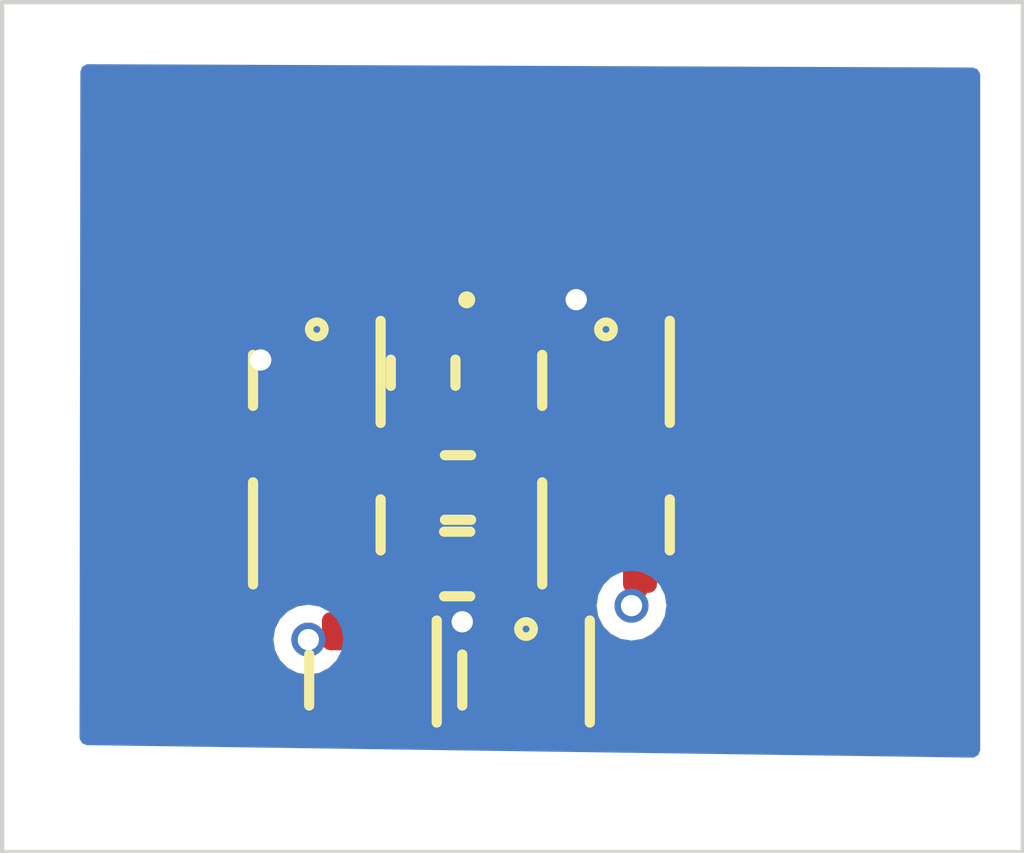
<source format=kicad_pcb>
(kicad_pcb (version 20240108) (generator "pcbnew") (generator_version "8.0")
  (layers (0 "F.Cu" signal) (1 "In1.Cu" signal) (2 "In2.Cu" signal) (31 "B.Cu" signal) (34 "B.Paste" user) (35 "F.Paste" user) (36 "B.SilkS" user "B.Silkscreen") (37 "F.SilkS" user "F.Silkscreen") (38 "B.Mask" user) (39 "F.Mask" user) (44 "Edge.Cuts" user))
  (net 0 "")
  (net 1 "B0NQ")
  (net 2 "GND")
  (net 3 "B0S")
  (net 4 "B0R")
  (net 5 "B0Q")
  (net 6 "VDD")
  (net 7 "Net-(N3-D)")
  (net 8 "Net-(D1-K)")
  (footprint "cnhardware:SOT-723-COMPACTP" (layer "F.Cu") (at 155.7 74.45 -90)
    (property "Reference" "P1" (hide yes))
    (property "Value" "RZM001P02T2L" (hide yes))
    (fp_line (start 0.3 0.75) (end -0.3 0.75) (stroke (width 0.12)) (layer "F.SilkS"))
    (fp_line (start 0.5 -0.75) (end -0.7 -0.75) (stroke (width 0.12)) (layer "F.SilkS"))
    (fp_circle (center -0.6 0) (end -0.56 0) (stroke (width 0.1)) (fill none) (layer "F.SilkS"))
    (pad "1" smd roundrect (at -0.575 -0.4 270) (size 0.45 0.4) (layers "F.Cu" "F.Paste" "F.Mask") (net 3 "B0S"))
    (pad "2" smd roundrect (at -0.575 0.4 270) (size 0.45 0.4) (layers "F.Cu" "F.Paste" "F.Mask") (net 6 "VDD"))
    (pad "3" smd roundrect (at 0.575 0 270) (size 0.45 0.4) (layers "F.Cu" "F.Paste" "F.Mask") (net 1 "B0NQ"))
  )
  (footprint "cnhardware:SOT-723-COMPACT" (layer "F.Cu") (at 159.1 76.15 90)
    (property "Reference" "N2" (hide yes))
    (property "Value" "2SK3541" (hide yes))
    (fp_line (start 0.5 -0.75) (end -0.7 -0.75) (stroke (width 0.12)) (layer "F.SilkS"))
    (fp_line (start 0.3 0.75) (end -0.3 0.75) (stroke (width 0.12)) (layer "F.SilkS"))
    (pad "1" smd roundrect (at -0.575 -0.4 90) (size 0.45 0.4) (layers "F.Cu" "F.Paste" "F.Mask") (net 4 "B0R"))
    (pad "2" smd roundrect (at -0.575 0.4 90) (size 0.45 0.4) (layers "F.Cu" "F.Paste" "F.Mask") (net 2 "GND"))
    (pad "3" smd roundrect (at 0.575 0 90) (size 0.45 0.4) (layers "F.Cu" "F.Paste" "F.Mask") (net 5 "B0Q"))
  )
  (footprint "cnhardware:SOT-723-COMPACTP" (layer "F.Cu") (at 159.1 74.45 -90)
    (property "Reference" "P2" (hide yes))
    (property "Value" "RZM001P02T2L" (hide yes))
    (fp_line (start 0.3 0.75) (end -0.3 0.75) (stroke (width 0.12)) (layer "F.SilkS"))
    (fp_line (start 0.5 -0.75) (end -0.7 -0.75) (stroke (width 0.12)) (layer "F.SilkS"))
    (fp_circle (center -0.6 0) (end -0.56 0) (stroke (width 0.1)) (fill none) (layer "F.SilkS"))
    (pad "1" smd roundrect (at -0.575 -0.4 270) (size 0.45 0.4) (layers "F.Cu" "F.Paste" "F.Mask") (net 4 "B0R"))
    (pad "2" smd roundrect (at -0.575 0.4 270) (size 0.45 0.4) (layers "F.Cu" "F.Paste" "F.Mask") (net 6 "VDD"))
    (pad "3" smd roundrect (at 0.575 0 270) (size 0.45 0.4) (layers "F.Cu" "F.Paste" "F.Mask") (net 5 "B0Q"))
  )
  (footprint "cnhardware:SOT-723-COMPACT" (layer "F.Cu") (at 155.7 76.15 90)
    (property "Reference" "N1" (hide yes))
    (property "Value" "2SK3541" (hide yes))
    (fp_line (start 0.5 -0.75) (end -0.7 -0.75) (stroke (width 0.12)) (layer "F.SilkS"))
    (fp_line (start 0.3 0.75) (end -0.3 0.75) (stroke (width 0.12)) (layer "F.SilkS"))
    (pad "1" smd roundrect (at -0.575 -0.4 90) (size 0.45 0.4) (layers "F.Cu" "F.Paste" "F.Mask") (net 3 "B0S"))
    (pad "2" smd roundrect (at -0.575 0.4 90) (size 0.45 0.4) (layers "F.Cu" "F.Paste" "F.Mask") (net 2 "GND"))
    (pad "3" smd roundrect (at 0.575 0 90) (size 0.45 0.4) (layers "F.Cu" "F.Paste" "F.Mask") (net 1 "B0NQ"))
  )
  (footprint "cnhardware:R_0402_1005Metric_COMPACT" (layer "F.Cu") (at 157.36 75.71)
    (property "Reference" "R1" (hide yes))
    (property "Value" "1k" (hide yes))
    (fp_line (start -0.153641 -0.38) (end 0.153641 -0.38) (stroke (width 0.12)) (layer "F.SilkS"))
    (fp_line (start -0.153641 0.38) (end 0.153641 0.38) (stroke (width 0.12)) (layer "F.SilkS"))
    (pad "1" smd roundrect (at -0.51 0) (size 0.54 0.64) (layers "F.Cu" "F.Paste" "F.Mask") (net 1 "B0NQ"))
    (pad "2" smd roundrect (at 0.51 0) (size 0.54 0.64) (layers "F.Cu" "F.Paste" "F.Mask") (net 4 "B0R"))
  )
  (footprint "cnhardware:SOT-723-COMPACTP" (layer "F.Cu") (at 158.16 77.975 -90)
    (property "Reference" "P3" (hide yes))
    (property "Value" "RZM001P02T2L" (hide yes))
    (fp_line (start 0.3 0.75) (end -0.3 0.75) (stroke (width 0.12)) (layer "F.SilkS"))
    (fp_line (start 0.5 -0.75) (end -0.7 -0.75) (stroke (width 0.12)) (layer "F.SilkS"))
    (fp_circle (center -0.6 0) (end -0.56 0) (stroke (width 0.1)) (fill none) (layer "F.SilkS"))
    (pad "1" smd roundrect (at -0.575 -0.4 270) (size 0.45 0.4) (layers "F.Cu" "F.Paste" "F.Mask") (net 5 "B0Q"))
    (pad "2" smd roundrect (at -0.575 0.4 270) (size 0.45 0.4) (layers "F.Cu" "F.Paste" "F.Mask") (net 6 "VDD"))
    (pad "3" smd roundrect (at 0.575 0 270) (size 0.45 0.4) (layers "F.Cu" "F.Paste" "F.Mask") (net 7 "Net-(N3-D)"))
  )
  (footprint "cnhardware:SOT-723-COMPACT" (layer "F.Cu") (at 156.36 77.975 -90)
    (property "Reference" "N3" (hide yes))
    (property "Value" "2SK3541" (hide yes))
    (fp_line (start 0.3 0.75) (end -0.3 0.75) (stroke (width 0.12)) (layer "F.SilkS"))
    (fp_line (start 0.5 -0.75) (end -0.7 -0.75) (stroke (width 0.12)) (layer "F.SilkS"))
    (pad "1" smd roundrect (at -0.575 -0.4 270) (size 0.45 0.4) (layers "F.Cu" "F.Paste" "F.Mask") (net 5 "B0Q"))
    (pad "2" smd roundrect (at -0.575 0.4 270) (size 0.45 0.4) (layers "F.Cu" "F.Paste" "F.Mask") (net 2 "GND"))
    (pad "3" smd roundrect (at 0.575 0 270) (size 0.45 0.4) (layers "F.Cu" "F.Paste" "F.Mask") (net 7 "Net-(N3-D)"))
  )
  (footprint "cnhardware:LED_0402_1005Metric_COMPACT" (layer "F.Cu") (at 157.8625 74.3525 -90)
    (property "Reference" "D1" (hide yes))
    (property "Value" "LED" (hide yes))
    (fp_circle (center -0.85 0.4) (end -0.8 0.4) (stroke (width 0.1)) (fill none) (layer "F.SilkS"))
    (pad "1" smd roundrect (at -0.485 0 270) (size 0.59 0.64) (layers "F.Cu" "F.Paste" "F.Mask") (net 8 "Net-(D1-K)"))
    (pad "2" smd roundrect (at 0.485 0 270) (size 0.59 0.64) (layers "F.Cu" "F.Paste" "F.Mask") (net 6 "VDD"))
  )
  (footprint "cnhardware:R_0402_1005Metric_COMPACT" (layer "F.Cu") (at 156.95 74.36 -90)
    (property "Reference" "R3" (hide yes))
    (property "Value" "1k" (hide yes))
    (fp_line (start -0.153641 0.38) (end 0.153641 0.38) (stroke (width 0.12)) (layer "F.SilkS"))
    (fp_line (start -0.153641 -0.38) (end 0.153641 -0.38) (stroke (width 0.12)) (layer "F.SilkS"))
    (pad "1" smd roundrect (at -0.51 0 270) (size 0.54 0.64) (layers "F.Cu" "F.Paste" "F.Mask") (net 8 "Net-(D1-K)"))
    (pad "2" smd roundrect (at 0.51 0 270) (size 0.54 0.64) (layers "F.Cu" "F.Paste" "F.Mask") (net 1 "B0NQ"))
  )
  (footprint "cnhardware:R_0402_1005Metric_COMPACT" (layer "F.Cu") (at 157.35 76.61 180)
    (property "Reference" "R2" (hide yes))
    (property "Value" "1k" (hide yes))
    (fp_line (start -0.153641 0.38) (end 0.153641 0.38) (stroke (width 0.12)) (layer "F.SilkS"))
    (fp_line (start -0.153641 -0.38) (end 0.153641 -0.38) (stroke (width 0.12)) (layer "F.SilkS"))
    (pad "1" smd roundrect (at -0.51 0 180) (size 0.54 0.64) (layers "F.Cu" "F.Paste" "F.Mask") (net 5 "B0Q"))
    (pad "2" smd roundrect (at 0.51 0 180) (size 0.54 0.64) (layers "F.Cu" "F.Paste" "F.Mask") (net 3 "B0S"))
  )
  (gr_line (start 164 70) (end 164 80) (stroke (width 0.05)) (layer "Edge.Cuts"))
  (gr_line (start 152 80) (end 152 70) (stroke (width 0.05)) (layer "Edge.Cuts"))
  (gr_line (start 152 70) (end 164 70) (stroke (width 0.05)) (layer "Edge.Cuts"))
  (gr_line (start 164 80) (end 152 80) (stroke (width 0.05)) (layer "Edge.Cuts"))
  (segment (start 156.84 75.7) (end 155.7 75.575) (width 0.15) (layer "F.Cu") (net 1))
  (segment (start 155.7 75.29) (end 155.7 75.025) (width 0.15) (layer "F.Cu") (net 1))
  (segment (start 156.84 75.8) (end 156.95 74.99) (width 0.15) (layer "F.Cu") (net 1))
  (segment (start 155.7 75.575) (end 155.7 75.29) (width 0.15) (layer "F.Cu") (net 1))
  (segment (start 159.62 76.75) (end 159.4 77.1) (width 0.15) (layer "F.Cu") (net 2))
  (segment (start 155.96 77.4) (end 155.6 77.5) (width 0.15) (layer "F.Cu") (net 2))
  (segment (start 155.96 77.4) (end 156.1 76.725) (width 0.15) (layer "F.Cu") (net 2))
  (via (at 155.6 77.5) (size 0.4) (drill 0.25) (layers "F.Cu" "B.Cu") (net 2))
  (via (at 159.4 77.1) (size 0.4) (drill 0.25) (layers "F.Cu" "B.Cu") (net 2))
  (segment (start 155.15 74.9) (end 155.31 74.63) (width 0.15) (layer "F.Cu") (net 3))
  (segment (start 155.25 76.277902) (end 155.17 75.95) (width 0.15) (layer "F.Cu") (net 3))
  (segment (start 155.25 76.277902) (end 155.37 76.27) (width 0.15) (layer "F.Cu") (net 3))
  (segment (start 155.17 75.95) (end 155.15 74.9) (width 0.15) (layer "F.Cu") (net 3))
  (segment (start 156.45 76.26) (end 156.2 76.15) (width 0.15) (layer "F.Cu") (net 3))
  (segment (start 155.56 74.49) (end 155.89 74.25) (width 0.15) (layer "F.Cu") (net 3))
  (segment (start 155.85 76.18) (end 156.2 76.15) (width 0.15) (layer "F.Cu") (net 3))
  (segment (start 155.37 76.27) (end 155.85 76.18) (width 0.15) (layer "F.Cu") (net 3))
  (segment (start 155.3 76.725) (end 155.25 76.277902) (width 0.15) (layer "F.Cu") (net 3))
  (segment (start 155.31 74.63) (end 155.56 74.49) (width 0.15) (layer "F.Cu") (net 3))
  (segment (start 156.84 76.61) (end 156.45 76.26) (width 0.15) (layer "F.Cu") (net 3))
  (segment (start 155.89 74.25) (end 156.1 73.875) (width 0.15) (layer "F.Cu") (net 3))
  (segment (start 158.65 74.72) (end 158.59 74.92) (width 0.15) (layer "F.Cu") (net 4))
  (segment (start 159.6 75.9) (end 159.62 74.9) (width 0.15) (layer "F.Cu") (net 4))
  (segment (start 159.5 74.5) (end 159.24 74.31) (width 0.15) (layer "F.Cu") (net 4))
  (segment (start 158.5 75.2) (end 158.4 75.45) (width 0.15) (layer "F.Cu") (net 4))
  (segment (start 159.4 76.1) (end 159.6 75.9) (width 0.15) (layer "F.Cu") (net 4))
  (segment (start 158.7 76.725) (end 159.16 76.2) (width 0.15) (layer "F.Cu") (net 4))
  (segment (start 159.62 74.9) (end 159.5 74.5) (width 0.15) (layer "F.Cu") (net 4))
  (segment (start 159.24 74.31) (end 158.77 74.58) (width 0.15) (layer "F.Cu") (net 4))
  (segment (start 158.59 74.92) (end 158.5 75.2) (width 0.15) (layer "F.Cu") (net 4))
  (segment (start 159.16 76.2) (end 159.4 76.1) (width 0.15) (layer "F.Cu") (net 4))
  (segment (start 158.4 75.45) (end 157.86 75.7) (width 0.15) (layer "F.Cu") (net 4))
  (segment (start 159.24 74.31) (end 159.5 73.875) (width 0.15) (layer "F.Cu") (net 4))
  (segment (start 158.77 74.58) (end 158.65 74.72) (width 0.15) (layer "F.Cu") (net 4))
  (segment (start 158.290772 77.109228) (end 157.91 76.55) (width 0.15) (layer "F.Cu") (net 5))
  (segment (start 157 77.85) (end 157.35 77.95) (width 0.15) (layer "F.Cu") (net 5))
  (segment (start 157.35 77.95) (end 158.05 77.95) (width 0.15) (layer "F.Cu") (net 5))
  (segment (start 158.05 77.95) (end 158.25 77.75) (width 0.15) (layer "F.Cu") (net 5))
  (segment (start 156.76 77.4) (end 157 77.85) (width 0.15) (layer "F.Cu") (net 5))
  (segment (start 158.56 77.4) (end 158.290772 77.109228) (width 0.15) (layer "F.Cu") (net 5))
  (segment (start 159.1 75.575) (end 159.1 75.025) (width 0.15) (layer "F.Cu") (net 5))
  (segment (start 158.45 76.1) (end 159.1 75.575) (width 0.15) (layer "F.Cu") (net 5))
  (segment (start 158.25 77.75) (end 158.56 77.4) (width 0.15) (layer "F.Cu") (net 5))
  (segment (start 157.91 76.55) (end 158.45 76.1) (width 0.15) (layer "F.Cu") (net 5))
  (segment (start 157.85 74.8775) (end 158.337441 74.382737) (width 0.15) (layer "F.Cu") (net 6))
  (segment (start 158.45 74.25) (end 158.7 73.875) (width 0.15) (layer "F.Cu") (net 6))
  (segment (start 157.76 77.4) (end 157.41 77.29) (width 0.15) (layer "F.Cu") (net 6))
  (segment (start 158.75 73.5) (end 158.605 73.805) (width 0.15) (layer "F.Cu") (net 6))
  (segment (start 158.337441 74.382737) (end 158.45 74.25) (width 0.15) (layer "F.Cu") (net 6))
  (segment (start 158.605 73.805) (end 158.82 73.805) (width 0.15) (layer "F.Cu") (net 6))
  (via (at 158.75 73.5) (size 0.4) (drill 0.25) (layers "F.Cu" "B.Cu") (net 6))
  (via (at 157.41 77.29) (size 0.4) (drill 0.25) (layers "F.Cu" "B.Cu") (net 6))
  (via (at 155.04 74.21) (size 0.4) (drill 0.25) (layers "F.Cu" "B.Cu") (net 6))
  (segment (start 156.36 78.55) (end 158.16 78.55) (width 0.15) (layer "F.Cu") (net 7))
  (segment (start 157.8625 73.8675) (end 156.95 73.85) (width 0.15) (layer "F.Cu") (net 8))
  (zone (net 6) (net_name "VDD") (layer "B.Cu") (priority 1) (connect_pads (clearance 0.18)) (min_thickness 0.18) (fill yes (thermal_gap 0.18) (thermal_bridge_width 0.18))
    (polygon (pts (xy 152.92 70.73) (xy 163.58 70.77) (xy 163.56 78.89) (xy 152.91 78.74)))
  )
)
</source>
